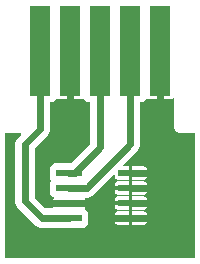
<source format=gbr>
G04 EAGLE Gerber RS-274X export*
G75*
%MOMM*%
%FSLAX34Y34*%
%LPD*%
%INTop Copper*%
%IPPOS*%
%AMOC8*
5,1,8,0,0,1.08239X$1,22.5*%
G01*
%ADD10R,2.200000X0.600000*%
%ADD11R,1.778000X7.620000*%
%ADD12C,0.609600*%

G36*
X166263Y5719D02*
X166263Y5719D01*
X166282Y5717D01*
X166384Y5739D01*
X166486Y5755D01*
X166503Y5765D01*
X166523Y5769D01*
X166612Y5822D01*
X166703Y5871D01*
X166717Y5885D01*
X166734Y5895D01*
X166801Y5974D01*
X166873Y6049D01*
X166881Y6067D01*
X166894Y6082D01*
X166933Y6178D01*
X166976Y6272D01*
X166978Y6292D01*
X166986Y6310D01*
X167004Y6477D01*
X167004Y110363D01*
X167001Y110383D01*
X167003Y110402D01*
X166981Y110504D01*
X166965Y110606D01*
X166955Y110623D01*
X166951Y110643D01*
X166898Y110732D01*
X166849Y110823D01*
X166835Y110837D01*
X166825Y110854D01*
X166746Y110921D01*
X166671Y110993D01*
X166653Y111001D01*
X166638Y111014D01*
X166542Y111053D01*
X166448Y111096D01*
X166428Y111098D01*
X166410Y111106D01*
X166243Y111124D01*
X153803Y111124D01*
X151702Y111994D01*
X150094Y113602D01*
X149224Y115703D01*
X149224Y139983D01*
X149213Y140054D01*
X149211Y140126D01*
X149193Y140175D01*
X149185Y140226D01*
X149151Y140289D01*
X149126Y140357D01*
X149094Y140397D01*
X149069Y140443D01*
X149018Y140493D01*
X148973Y140549D01*
X148929Y140577D01*
X148891Y140613D01*
X148826Y140643D01*
X148766Y140682D01*
X148715Y140695D01*
X148668Y140716D01*
X148597Y140724D01*
X148527Y140742D01*
X148475Y140738D01*
X148424Y140744D01*
X148353Y140728D01*
X148282Y140723D01*
X148234Y140702D01*
X148183Y140691D01*
X148122Y140654D01*
X148056Y140626D01*
X148000Y140582D01*
X147972Y140565D01*
X147957Y140547D01*
X147925Y140522D01*
X147610Y140207D01*
X147031Y139872D01*
X146384Y139699D01*
X138683Y139699D01*
X138683Y179578D01*
X138680Y179598D01*
X138682Y179617D01*
X138660Y179719D01*
X138643Y179821D01*
X138634Y179838D01*
X138630Y179858D01*
X138577Y179947D01*
X138528Y180038D01*
X138514Y180052D01*
X138504Y180069D01*
X138425Y180136D01*
X138350Y180207D01*
X138332Y180216D01*
X138317Y180229D01*
X138221Y180268D01*
X138127Y180311D01*
X138107Y180313D01*
X138089Y180321D01*
X137922Y180339D01*
X136398Y180339D01*
X136378Y180336D01*
X136359Y180338D01*
X136257Y180316D01*
X136155Y180299D01*
X136138Y180290D01*
X136118Y180286D01*
X136029Y180233D01*
X135938Y180184D01*
X135924Y180170D01*
X135907Y180160D01*
X135840Y180081D01*
X135769Y180006D01*
X135760Y179988D01*
X135747Y179973D01*
X135708Y179877D01*
X135665Y179783D01*
X135663Y179763D01*
X135655Y179745D01*
X135637Y179578D01*
X135637Y139699D01*
X127936Y139699D01*
X127289Y139872D01*
X126640Y140247D01*
X126599Y140263D01*
X126562Y140286D01*
X126485Y140306D01*
X126410Y140334D01*
X126366Y140336D01*
X126324Y140346D01*
X126244Y140340D01*
X126164Y140343D01*
X126122Y140331D01*
X126079Y140327D01*
X126005Y140296D01*
X125929Y140273D01*
X125893Y140248D01*
X125852Y140231D01*
X125739Y140140D01*
X125727Y140132D01*
X125725Y140129D01*
X125721Y140126D01*
X122755Y137159D01*
X120650Y137159D01*
X120630Y137156D01*
X120611Y137158D01*
X120509Y137136D01*
X120407Y137120D01*
X120390Y137110D01*
X120370Y137106D01*
X120281Y137053D01*
X120190Y137004D01*
X120176Y136990D01*
X120159Y136980D01*
X120092Y136901D01*
X120020Y136826D01*
X120012Y136808D01*
X119999Y136793D01*
X119960Y136697D01*
X119917Y136603D01*
X119915Y136583D01*
X119907Y136565D01*
X119889Y136398D01*
X119889Y99983D01*
X118651Y96995D01*
X105966Y84310D01*
X105924Y84252D01*
X105875Y84200D01*
X105853Y84153D01*
X105822Y84111D01*
X105801Y84042D01*
X105771Y83977D01*
X105765Y83925D01*
X105750Y83875D01*
X105752Y83804D01*
X105744Y83733D01*
X105755Y83682D01*
X105756Y83630D01*
X105781Y83562D01*
X105796Y83492D01*
X105823Y83447D01*
X105841Y83399D01*
X105886Y83343D01*
X105923Y83281D01*
X105962Y83247D01*
X105995Y83207D01*
X106055Y83168D01*
X106109Y83121D01*
X106158Y83102D01*
X106202Y83074D01*
X106271Y83056D01*
X106338Y83029D01*
X106409Y83021D01*
X106440Y83013D01*
X106463Y83015D01*
X106504Y83011D01*
X110861Y83011D01*
X110861Y78208D01*
X110864Y78189D01*
X110862Y78169D01*
X110884Y78067D01*
X110900Y77965D01*
X110910Y77948D01*
X110914Y77928D01*
X110967Y77839D01*
X111016Y77748D01*
X111030Y77734D01*
X111040Y77717D01*
X111119Y77650D01*
X111194Y77579D01*
X111212Y77570D01*
X111227Y77557D01*
X111323Y77519D01*
X111417Y77475D01*
X111437Y77473D01*
X111455Y77466D01*
X111379Y77453D01*
X111362Y77444D01*
X111342Y77440D01*
X111253Y77387D01*
X111162Y77338D01*
X111148Y77324D01*
X111131Y77314D01*
X111064Y77235D01*
X110992Y77160D01*
X110984Y77142D01*
X110971Y77127D01*
X110932Y77030D01*
X110889Y76937D01*
X110887Y76917D01*
X110879Y76899D01*
X110861Y76732D01*
X110861Y71929D01*
X101026Y71929D01*
X100379Y72102D01*
X99800Y72437D01*
X99327Y72910D01*
X98992Y73489D01*
X98819Y74136D01*
X98819Y75326D01*
X98808Y75396D01*
X98806Y75468D01*
X98788Y75517D01*
X98780Y75568D01*
X98746Y75632D01*
X98721Y75699D01*
X98689Y75740D01*
X98664Y75786D01*
X98612Y75835D01*
X98568Y75891D01*
X98524Y75919D01*
X98486Y75955D01*
X98421Y75985D01*
X98361Y76024D01*
X98310Y76037D01*
X98263Y76059D01*
X98192Y76067D01*
X98122Y76084D01*
X98070Y76080D01*
X98019Y76086D01*
X97948Y76071D01*
X97877Y76065D01*
X97829Y76045D01*
X97778Y76034D01*
X97717Y75997D01*
X97651Y75969D01*
X97595Y75924D01*
X97567Y75907D01*
X97552Y75890D01*
X97520Y75864D01*
X81928Y60273D01*
X79535Y57879D01*
X76547Y56641D01*
X74561Y56641D01*
X74445Y56622D01*
X74326Y56604D01*
X74323Y56602D01*
X74319Y56602D01*
X74214Y56546D01*
X74108Y56491D01*
X74105Y56488D01*
X74101Y56486D01*
X74020Y56401D01*
X73937Y56315D01*
X73935Y56311D01*
X73932Y56308D01*
X73882Y56201D01*
X73831Y56093D01*
X73830Y56089D01*
X73828Y56085D01*
X73815Y55967D01*
X73801Y55849D01*
X73802Y55844D01*
X73801Y55841D01*
X73804Y55827D01*
X73826Y55683D01*
X73901Y55405D01*
X73901Y53569D01*
X61098Y53569D01*
X61079Y53566D01*
X61059Y53568D01*
X60957Y53546D01*
X60855Y53530D01*
X60838Y53520D01*
X60818Y53516D01*
X60729Y53463D01*
X60638Y53414D01*
X60624Y53400D01*
X60607Y53390D01*
X60540Y53311D01*
X60469Y53236D01*
X60460Y53218D01*
X60447Y53203D01*
X60409Y53107D01*
X60365Y53013D01*
X60363Y52993D01*
X60356Y52975D01*
X60343Y53051D01*
X60334Y53068D01*
X60330Y53088D01*
X60277Y53177D01*
X60228Y53268D01*
X60214Y53282D01*
X60204Y53299D01*
X60125Y53366D01*
X60050Y53438D01*
X60032Y53446D01*
X60017Y53459D01*
X59920Y53498D01*
X59827Y53541D01*
X59807Y53543D01*
X59789Y53551D01*
X59622Y53569D01*
X46819Y53569D01*
X46819Y55404D01*
X46992Y56051D01*
X47030Y56116D01*
X47046Y56157D01*
X47070Y56194D01*
X47089Y56272D01*
X47117Y56346D01*
X47119Y56390D01*
X47130Y56433D01*
X47123Y56512D01*
X47126Y56592D01*
X47114Y56634D01*
X47111Y56678D01*
X47079Y56751D01*
X47057Y56828D01*
X47031Y56864D01*
X47014Y56904D01*
X46923Y57018D01*
X46915Y57029D01*
X46913Y57031D01*
X46909Y57035D01*
X44279Y59665D01*
X44279Y69875D01*
X44986Y70582D01*
X44998Y70598D01*
X45014Y70610D01*
X45070Y70698D01*
X45130Y70781D01*
X45136Y70800D01*
X45147Y70817D01*
X45172Y70918D01*
X45202Y71017D01*
X45202Y71036D01*
X45207Y71056D01*
X45199Y71159D01*
X45196Y71262D01*
X45189Y71281D01*
X45188Y71301D01*
X45147Y71396D01*
X45112Y71493D01*
X45099Y71509D01*
X45091Y71527D01*
X44986Y71658D01*
X44279Y72365D01*
X44279Y82575D01*
X47255Y85551D01*
X58476Y85551D01*
X58540Y85561D01*
X58606Y85562D01*
X58686Y85585D01*
X58719Y85590D01*
X58734Y85599D01*
X61088Y85599D01*
X61178Y85613D01*
X61269Y85621D01*
X61298Y85633D01*
X61330Y85638D01*
X61411Y85681D01*
X61495Y85717D01*
X61527Y85743D01*
X61548Y85754D01*
X61570Y85777D01*
X61626Y85822D01*
X78008Y102204D01*
X78061Y102278D01*
X78121Y102347D01*
X78133Y102378D01*
X78152Y102404D01*
X78179Y102491D01*
X78213Y102576D01*
X78217Y102617D01*
X78224Y102639D01*
X78223Y102671D01*
X78231Y102742D01*
X78231Y136398D01*
X78228Y136418D01*
X78230Y136437D01*
X78208Y136539D01*
X78192Y136641D01*
X78182Y136658D01*
X78178Y136678D01*
X78125Y136767D01*
X78076Y136858D01*
X78062Y136872D01*
X78052Y136889D01*
X77973Y136956D01*
X77898Y137028D01*
X77880Y137036D01*
X77865Y137049D01*
X77769Y137088D01*
X77675Y137131D01*
X77655Y137133D01*
X77637Y137141D01*
X77470Y137159D01*
X75365Y137159D01*
X72399Y140126D01*
X72363Y140152D01*
X72334Y140184D01*
X72264Y140223D01*
X72199Y140270D01*
X72157Y140283D01*
X72119Y140304D01*
X72040Y140319D01*
X71964Y140342D01*
X71920Y140341D01*
X71877Y140349D01*
X71798Y140338D01*
X71718Y140336D01*
X71677Y140321D01*
X71633Y140315D01*
X71500Y140256D01*
X71487Y140251D01*
X71484Y140249D01*
X71480Y140247D01*
X70831Y139872D01*
X70184Y139699D01*
X62483Y139699D01*
X62483Y179578D01*
X62480Y179598D01*
X62482Y179617D01*
X62460Y179719D01*
X62443Y179821D01*
X62434Y179838D01*
X62430Y179858D01*
X62377Y179947D01*
X62328Y180038D01*
X62314Y180052D01*
X62304Y180069D01*
X62225Y180136D01*
X62150Y180207D01*
X62132Y180216D01*
X62117Y180229D01*
X62021Y180268D01*
X61927Y180311D01*
X61907Y180313D01*
X61889Y180321D01*
X61722Y180339D01*
X60198Y180339D01*
X60178Y180336D01*
X60159Y180338D01*
X60057Y180316D01*
X59955Y180299D01*
X59938Y180290D01*
X59918Y180286D01*
X59829Y180233D01*
X59738Y180184D01*
X59724Y180170D01*
X59707Y180160D01*
X59640Y180081D01*
X59569Y180006D01*
X59560Y179988D01*
X59547Y179973D01*
X59508Y179877D01*
X59465Y179783D01*
X59463Y179763D01*
X59455Y179745D01*
X59437Y179578D01*
X59437Y139699D01*
X51736Y139699D01*
X51089Y139872D01*
X50440Y140247D01*
X50399Y140263D01*
X50362Y140286D01*
X50285Y140306D01*
X50210Y140334D01*
X50166Y140336D01*
X50124Y140346D01*
X50044Y140340D01*
X49964Y140343D01*
X49922Y140331D01*
X49879Y140327D01*
X49805Y140296D01*
X49729Y140273D01*
X49693Y140248D01*
X49652Y140231D01*
X49539Y140140D01*
X49527Y140132D01*
X49525Y140129D01*
X49521Y140126D01*
X46555Y137159D01*
X44450Y137159D01*
X44430Y137156D01*
X44411Y137158D01*
X44309Y137136D01*
X44207Y137120D01*
X44190Y137110D01*
X44170Y137106D01*
X44081Y137053D01*
X43990Y137004D01*
X43976Y136990D01*
X43959Y136980D01*
X43892Y136901D01*
X43820Y136826D01*
X43812Y136808D01*
X43799Y136793D01*
X43760Y136697D01*
X43717Y136603D01*
X43715Y136583D01*
X43707Y136565D01*
X43689Y136398D01*
X43689Y112683D01*
X42451Y109695D01*
X31212Y98456D01*
X31159Y98382D01*
X31099Y98313D01*
X31087Y98282D01*
X31068Y98256D01*
X31041Y98169D01*
X31007Y98084D01*
X31003Y98043D01*
X30996Y98021D01*
X30997Y97989D01*
X30989Y97918D01*
X30989Y57022D01*
X31003Y56932D01*
X31011Y56841D01*
X31023Y56812D01*
X31028Y56780D01*
X31071Y56699D01*
X31107Y56615D01*
X31133Y56583D01*
X31144Y56562D01*
X31167Y56540D01*
X31212Y56484D01*
X39974Y47722D01*
X40048Y47669D01*
X40117Y47609D01*
X40148Y47597D01*
X40174Y47578D01*
X40261Y47551D01*
X40346Y47517D01*
X40387Y47513D01*
X40409Y47506D01*
X40441Y47507D01*
X40512Y47499D01*
X46159Y47499D01*
X46275Y47518D01*
X46394Y47536D01*
X46397Y47538D01*
X46401Y47538D01*
X46506Y47594D01*
X46612Y47649D01*
X46615Y47652D01*
X46619Y47654D01*
X46700Y47739D01*
X46783Y47825D01*
X46785Y47829D01*
X46788Y47832D01*
X46838Y47939D01*
X46889Y48047D01*
X46890Y48051D01*
X46892Y48055D01*
X46905Y48173D01*
X46919Y48291D01*
X46918Y48296D01*
X46919Y48299D01*
X46916Y48313D01*
X46894Y48457D01*
X46819Y48735D01*
X46819Y50571D01*
X59622Y50571D01*
X59641Y50574D01*
X59661Y50572D01*
X59763Y50594D01*
X59865Y50610D01*
X59882Y50620D01*
X59902Y50624D01*
X59991Y50677D01*
X60082Y50726D01*
X60096Y50740D01*
X60113Y50750D01*
X60180Y50829D01*
X60251Y50904D01*
X60260Y50922D01*
X60273Y50937D01*
X60311Y51033D01*
X60355Y51127D01*
X60357Y51147D01*
X60364Y51165D01*
X60377Y51089D01*
X60386Y51072D01*
X60390Y51052D01*
X60443Y50963D01*
X60492Y50872D01*
X60506Y50858D01*
X60516Y50841D01*
X60595Y50774D01*
X60670Y50702D01*
X60688Y50694D01*
X60703Y50681D01*
X60800Y50642D01*
X60893Y50599D01*
X60913Y50597D01*
X60931Y50589D01*
X61098Y50571D01*
X73901Y50571D01*
X73901Y48736D01*
X73728Y48089D01*
X73690Y48024D01*
X73674Y47983D01*
X73650Y47946D01*
X73631Y47868D01*
X73603Y47794D01*
X73601Y47750D01*
X73590Y47707D01*
X73597Y47628D01*
X73594Y47548D01*
X73606Y47506D01*
X73609Y47462D01*
X73641Y47389D01*
X73663Y47312D01*
X73689Y47276D01*
X73706Y47236D01*
X73797Y47122D01*
X73805Y47111D01*
X73807Y47109D01*
X73811Y47105D01*
X76441Y44475D01*
X76441Y34265D01*
X73465Y31289D01*
X62244Y31289D01*
X62179Y31279D01*
X62114Y31278D01*
X62034Y31255D01*
X62001Y31250D01*
X61986Y31241D01*
X35213Y31241D01*
X32225Y32479D01*
X18363Y46342D01*
X18362Y46342D01*
X15969Y48735D01*
X14731Y51723D01*
X14731Y103217D01*
X15969Y106205D01*
X18362Y108598D01*
X18363Y108598D01*
X19589Y109825D01*
X19631Y109883D01*
X19680Y109935D01*
X19702Y109982D01*
X19733Y110024D01*
X19754Y110093D01*
X19784Y110158D01*
X19790Y110210D01*
X19805Y110260D01*
X19803Y110331D01*
X19811Y110402D01*
X19800Y110453D01*
X19799Y110505D01*
X19774Y110573D01*
X19759Y110643D01*
X19732Y110687D01*
X19714Y110736D01*
X19669Y110792D01*
X19632Y110854D01*
X19593Y110888D01*
X19560Y110928D01*
X19500Y110967D01*
X19446Y111014D01*
X19397Y111033D01*
X19353Y111061D01*
X19284Y111079D01*
X19217Y111106D01*
X19146Y111114D01*
X19115Y111122D01*
X19092Y111120D01*
X19051Y111124D01*
X6477Y111124D01*
X6457Y111121D01*
X6438Y111123D01*
X6336Y111101D01*
X6234Y111085D01*
X6217Y111075D01*
X6197Y111071D01*
X6108Y111018D01*
X6017Y110969D01*
X6003Y110955D01*
X5986Y110945D01*
X5919Y110866D01*
X5847Y110791D01*
X5839Y110773D01*
X5826Y110758D01*
X5787Y110662D01*
X5744Y110568D01*
X5742Y110548D01*
X5734Y110530D01*
X5716Y110363D01*
X5716Y6477D01*
X5719Y6457D01*
X5717Y6438D01*
X5739Y6336D01*
X5755Y6234D01*
X5765Y6217D01*
X5769Y6197D01*
X5822Y6108D01*
X5871Y6017D01*
X5885Y6003D01*
X5895Y5986D01*
X5974Y5919D01*
X6049Y5847D01*
X6067Y5839D01*
X6082Y5826D01*
X6178Y5787D01*
X6272Y5744D01*
X6292Y5742D01*
X6310Y5734D01*
X6477Y5716D01*
X166243Y5716D01*
X166263Y5719D01*
G37*
%LPC*%
G36*
X113859Y78969D02*
X113859Y78969D01*
X113859Y83011D01*
X123694Y83011D01*
X124341Y82838D01*
X124920Y82503D01*
X125393Y82030D01*
X125728Y81451D01*
X125901Y80804D01*
X125901Y78969D01*
X113859Y78969D01*
G37*
%LPD*%
%LPC*%
G36*
X113859Y66269D02*
X113859Y66269D01*
X113859Y70311D01*
X123694Y70311D01*
X124341Y70138D01*
X124920Y69803D01*
X125393Y69330D01*
X125728Y68751D01*
X125901Y68104D01*
X125901Y66269D01*
X113859Y66269D01*
G37*
%LPD*%
%LPC*%
G36*
X113859Y53569D02*
X113859Y53569D01*
X113859Y57611D01*
X123694Y57611D01*
X124341Y57438D01*
X124920Y57103D01*
X125393Y56630D01*
X125728Y56051D01*
X125901Y55404D01*
X125901Y53569D01*
X113859Y53569D01*
G37*
%LPD*%
%LPC*%
G36*
X113859Y40869D02*
X113859Y40869D01*
X113859Y44911D01*
X123694Y44911D01*
X124341Y44738D01*
X124920Y44403D01*
X125393Y43930D01*
X125728Y43351D01*
X125901Y42704D01*
X125901Y40869D01*
X113859Y40869D01*
G37*
%LPD*%
%LPC*%
G36*
X98819Y66269D02*
X98819Y66269D01*
X98819Y68104D01*
X98992Y68751D01*
X99327Y69330D01*
X99800Y69803D01*
X100379Y70138D01*
X101026Y70311D01*
X110861Y70311D01*
X110861Y66269D01*
X98819Y66269D01*
G37*
%LPD*%
%LPC*%
G36*
X98819Y53569D02*
X98819Y53569D01*
X98819Y55404D01*
X98992Y56051D01*
X99327Y56630D01*
X99800Y57103D01*
X100379Y57438D01*
X101026Y57611D01*
X110861Y57611D01*
X110861Y53569D01*
X98819Y53569D01*
G37*
%LPD*%
%LPC*%
G36*
X98819Y40869D02*
X98819Y40869D01*
X98819Y42704D01*
X98992Y43351D01*
X99327Y43930D01*
X99800Y44403D01*
X100379Y44738D01*
X101026Y44911D01*
X110861Y44911D01*
X110861Y40869D01*
X98819Y40869D01*
G37*
%LPD*%
%LPC*%
G36*
X113859Y75971D02*
X113859Y75971D01*
X125901Y75971D01*
X125901Y74136D01*
X125728Y73489D01*
X125393Y72910D01*
X124920Y72437D01*
X124341Y72102D01*
X123694Y71929D01*
X113859Y71929D01*
X113859Y75971D01*
G37*
%LPD*%
%LPC*%
G36*
X113859Y63271D02*
X113859Y63271D01*
X125901Y63271D01*
X125901Y61436D01*
X125728Y60789D01*
X125393Y60210D01*
X124920Y59737D01*
X124341Y59402D01*
X123694Y59229D01*
X113859Y59229D01*
X113859Y63271D01*
G37*
%LPD*%
%LPC*%
G36*
X113859Y50571D02*
X113859Y50571D01*
X125901Y50571D01*
X125901Y48736D01*
X125728Y48089D01*
X125393Y47510D01*
X124920Y47037D01*
X124341Y46702D01*
X123694Y46529D01*
X113859Y46529D01*
X113859Y50571D01*
G37*
%LPD*%
%LPC*%
G36*
X101026Y59229D02*
X101026Y59229D01*
X100379Y59402D01*
X99800Y59737D01*
X99327Y60210D01*
X98992Y60789D01*
X98819Y61436D01*
X98819Y63271D01*
X110861Y63271D01*
X110861Y59229D01*
X101026Y59229D01*
G37*
%LPD*%
%LPC*%
G36*
X101026Y46529D02*
X101026Y46529D01*
X100379Y46702D01*
X99800Y47037D01*
X99327Y47510D01*
X98992Y48089D01*
X98819Y48736D01*
X98819Y50571D01*
X110861Y50571D01*
X110861Y46529D01*
X101026Y46529D01*
G37*
%LPD*%
%LPC*%
G36*
X101026Y33829D02*
X101026Y33829D01*
X100379Y34002D01*
X99800Y34337D01*
X99327Y34810D01*
X98992Y35389D01*
X98819Y36036D01*
X98819Y37871D01*
X110861Y37871D01*
X110861Y33829D01*
X101026Y33829D01*
G37*
%LPD*%
%LPC*%
G36*
X113859Y33829D02*
X113859Y33829D01*
X113859Y37871D01*
X125901Y37871D01*
X125901Y36036D01*
X125728Y35389D01*
X125393Y34810D01*
X124920Y34337D01*
X124341Y34002D01*
X123694Y33829D01*
X113859Y33829D01*
G37*
%LPD*%
D10*
X112360Y52070D03*
X60360Y52070D03*
X112360Y39370D03*
X112360Y64770D03*
X112360Y77470D03*
X60360Y39370D03*
X60360Y64770D03*
X60360Y77470D03*
D11*
X137160Y180340D03*
X111760Y180340D03*
X86360Y180340D03*
X60960Y180340D03*
X35560Y180340D03*
D12*
X35560Y114300D02*
X22860Y101600D01*
X36830Y39370D02*
X60360Y39370D01*
X36830Y39370D02*
X22860Y53340D01*
X35560Y114300D02*
X35560Y180340D01*
X22860Y101600D02*
X22860Y53340D01*
X22860Y53340D01*
X112360Y39370D02*
X133350Y39370D01*
X137160Y43180D01*
X137160Y55880D01*
X137160Y68580D01*
X137160Y81280D01*
X133350Y52070D02*
X112360Y52070D01*
X133350Y52070D02*
X137160Y55880D01*
X133350Y64770D02*
X112360Y64770D01*
X133350Y64770D02*
X137160Y68580D01*
X133350Y77470D02*
X112360Y77470D01*
X133350Y77470D02*
X137160Y81280D01*
X60360Y52070D02*
X44450Y52070D01*
X38100Y58420D01*
X38100Y88900D01*
X60960Y111760D01*
X137160Y104047D02*
X137160Y81280D01*
X137160Y104047D02*
X137067Y104140D01*
X137067Y180247D02*
X137160Y180340D01*
X74930Y52070D02*
X60360Y52070D01*
X87630Y39370D02*
X112360Y39370D01*
X87630Y39370D02*
X74930Y52070D01*
X137160Y104047D02*
X137160Y180154D01*
X137067Y180247D01*
X60960Y180340D02*
X60960Y111760D01*
X111760Y101600D02*
X111760Y180340D01*
X111760Y101600D02*
X74930Y64770D01*
X60360Y64770D01*
X64770Y77470D02*
X86360Y99060D01*
X64770Y77470D02*
X60360Y77470D01*
X86360Y99060D02*
X86360Y180340D01*
M02*

</source>
